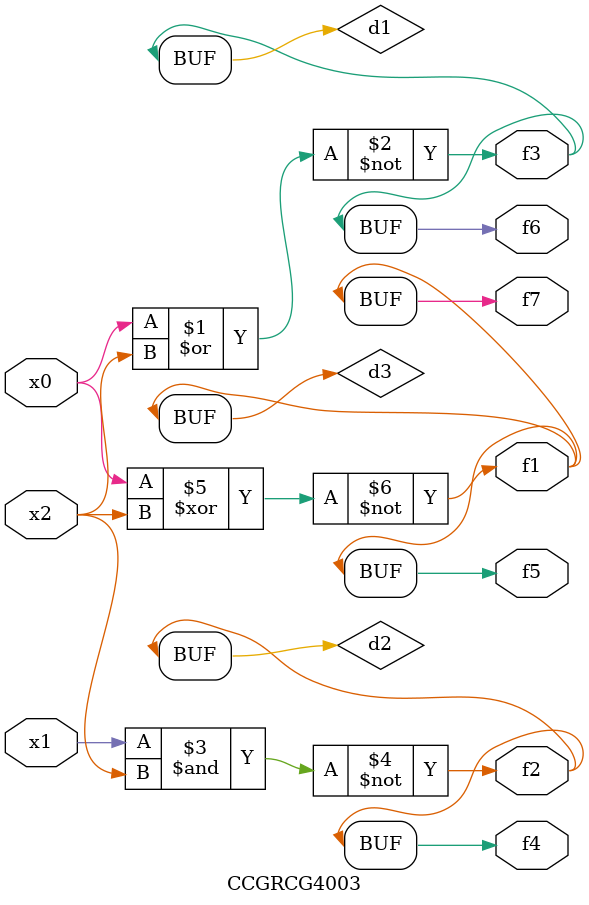
<source format=v>
module CCGRCG4003(
	input x0, x1, x2,
	output f1, f2, f3, f4, f5, f6, f7
);

	wire d1, d2, d3;

	nor (d1, x0, x2);
	nand (d2, x1, x2);
	xnor (d3, x0, x2);
	assign f1 = d3;
	assign f2 = d2;
	assign f3 = d1;
	assign f4 = d2;
	assign f5 = d3;
	assign f6 = d1;
	assign f7 = d3;
endmodule

</source>
